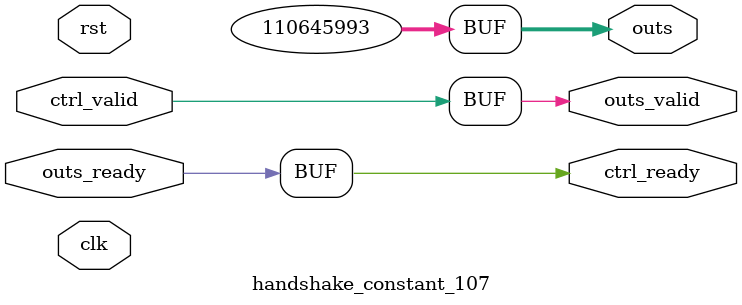
<source format=v>
`timescale 1ns / 1ps
module handshake_constant_107 #(
  parameter DATA_WIDTH = 32  // Default set to 32 bits
) (
  input                       clk,
  input                       rst,
  // Input Channel
  input                       ctrl_valid,
  output                      ctrl_ready,
  // Output Channel
  output [DATA_WIDTH - 1 : 0] outs,
  output                      outs_valid,
  input                       outs_ready
);
  assign outs       = 27'b110100110000101001011101001;
  assign outs_valid = ctrl_valid;
  assign ctrl_ready = outs_ready;

endmodule

</source>
